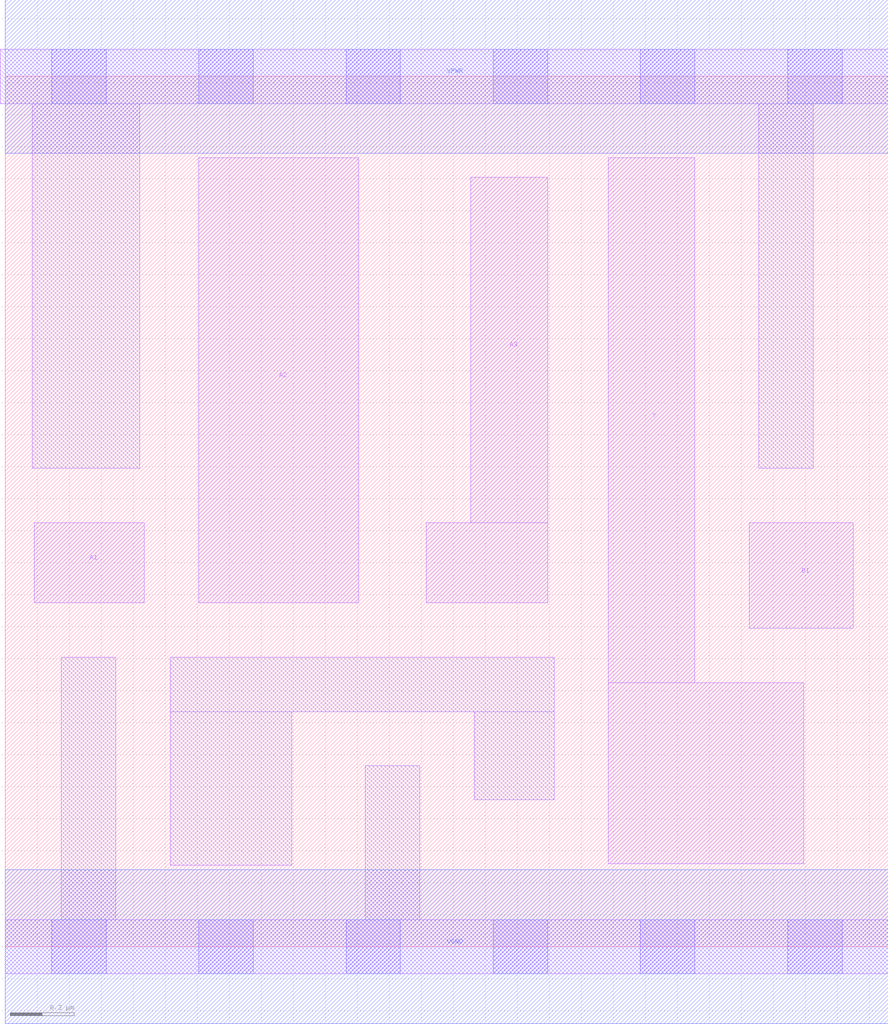
<source format=lef>
# Copyright 2020 The SkyWater PDK Authors
#
# Licensed under the Apache License, Version 2.0 (the "License");
# you may not use this file except in compliance with the License.
# You may obtain a copy of the License at
#
#     https://www.apache.org/licenses/LICENSE-2.0
#
# Unless required by applicable law or agreed to in writing, software
# distributed under the License is distributed on an "AS IS" BASIS,
# WITHOUT WARRANTIES OR CONDITIONS OF ANY KIND, either express or implied.
# See the License for the specific language governing permissions and
# limitations under the License.
#
# SPDX-License-Identifier: Apache-2.0

VERSION 5.7 ;
  NOWIREEXTENSIONATPIN ON ;
  DIVIDERCHAR "/" ;
  BUSBITCHARS "[]" ;
UNITS
  DATABASE MICRONS 200 ;
END UNITS
PROPERTYDEFINITIONS
  MACRO maskLayoutSubType STRING ;
  MACRO prCellType STRING ;
  MACRO originalViewName STRING ;
END PROPERTYDEFINITIONS
MACRO sky130_fd_sc_hdll__o31ai_1
  CLASS CORE ;
  FOREIGN sky130_fd_sc_hdll__o31ai_1 ;
  ORIGIN  0.000000  0.000000 ;
  SIZE  2.760000 BY  2.720000 ;
  SYMMETRY X Y R90 ;
  SITE unithd ;
  PIN A1
    ANTENNAGATEAREA  0.277500 ;
    DIRECTION INPUT ;
    USE SIGNAL ;
    PORT
      LAYER li1 ;
        RECT 0.090000 1.075000 0.435000 1.325000 ;
    END
  END A1
  PIN A2
    ANTENNAGATEAREA  0.277500 ;
    DIRECTION INPUT ;
    USE SIGNAL ;
    PORT
      LAYER li1 ;
        RECT 0.605000 1.075000 1.105000 2.465000 ;
    END
  END A2
  PIN A3
    ANTENNAGATEAREA  0.277500 ;
    DIRECTION INPUT ;
    USE SIGNAL ;
    PORT
      LAYER li1 ;
        RECT 1.315000 1.075000 1.695000 1.325000 ;
        RECT 1.455000 1.325000 1.695000 2.405000 ;
    END
  END A3
  PIN B1
    ANTENNAGATEAREA  0.277500 ;
    DIRECTION INPUT ;
    USE SIGNAL ;
    PORT
      LAYER li1 ;
        RECT 2.325000 0.995000 2.650000 1.325000 ;
    END
  END B1
  PIN VGND
    ANTENNADIFFAREA  0.377000 ;
    DIRECTION INOUT ;
    USE SIGNAL ;
    PORT
      LAYER met1 ;
        RECT 0.000000 -0.240000 2.760000 0.240000 ;
    END
  END VGND
  PIN VPWR
    ANTENNADIFFAREA  0.540000 ;
    DIRECTION INOUT ;
    USE SIGNAL ;
    PORT
      LAYER met1 ;
        RECT 0.000000 2.480000 2.760000 2.960000 ;
    END
  END VPWR
  PIN Y
    ANTENNADIFFAREA  0.833500 ;
    DIRECTION OUTPUT ;
    USE SIGNAL ;
    PORT
      LAYER li1 ;
        RECT 1.885000 0.260000 2.495000 0.825000 ;
        RECT 1.885000 0.825000 2.155000 2.465000 ;
    END
  END Y
  OBS
    LAYER li1 ;
      RECT -0.015000  2.635000 2.760000 2.805000 ;
      RECT  0.000000 -0.085000 2.760000 0.085000 ;
      RECT  0.085000  1.495000 0.420000 2.635000 ;
      RECT  0.175000  0.085000 0.345000 0.905000 ;
      RECT  0.515000  0.255000 0.895000 0.735000 ;
      RECT  0.515000  0.735000 1.715000 0.905000 ;
      RECT  1.125000  0.085000 1.295000 0.565000 ;
      RECT  1.465000  0.460000 1.715000 0.735000 ;
      RECT  2.355000  1.495000 2.525000 2.635000 ;
    LAYER mcon ;
      RECT 0.145000 -0.085000 0.315000 0.085000 ;
      RECT 0.145000  2.635000 0.315000 2.805000 ;
      RECT 0.605000 -0.085000 0.775000 0.085000 ;
      RECT 0.605000  2.635000 0.775000 2.805000 ;
      RECT 1.065000 -0.085000 1.235000 0.085000 ;
      RECT 1.065000  2.635000 1.235000 2.805000 ;
      RECT 1.525000 -0.085000 1.695000 0.085000 ;
      RECT 1.525000  2.635000 1.695000 2.805000 ;
      RECT 1.985000 -0.085000 2.155000 0.085000 ;
      RECT 1.985000  2.635000 2.155000 2.805000 ;
      RECT 2.445000 -0.085000 2.615000 0.085000 ;
      RECT 2.445000  2.635000 2.615000 2.805000 ;
  END
  PROPERTY maskLayoutSubType "abstract" ;
  PROPERTY prCellType "standard" ;
  PROPERTY originalViewName "layout" ;
END sky130_fd_sc_hdll__o31ai_1
END LIBRARY

</source>
